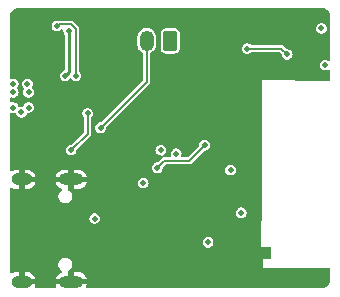
<source format=gbl>
G04 #@! TF.GenerationSoftware,KiCad,Pcbnew,8.0.3*
G04 #@! TF.CreationDate,2024-07-05T13:17:58+02:00*
G04 #@! TF.ProjectId,ESP32-C3-V2,45535033-322d-4433-932d-56322e6b6963,rev?*
G04 #@! TF.SameCoordinates,Original*
G04 #@! TF.FileFunction,Copper,L4,Bot*
G04 #@! TF.FilePolarity,Positive*
%FSLAX46Y46*%
G04 Gerber Fmt 4.6, Leading zero omitted, Abs format (unit mm)*
G04 Created by KiCad (PCBNEW 8.0.3) date 2024-07-05 13:17:58*
%MOMM*%
%LPD*%
G01*
G04 APERTURE LIST*
G04 Aperture macros list*
%AMRoundRect*
0 Rectangle with rounded corners*
0 $1 Rounding radius*
0 $2 $3 $4 $5 $6 $7 $8 $9 X,Y pos of 4 corners*
0 Add a 4 corners polygon primitive as box body*
4,1,4,$2,$3,$4,$5,$6,$7,$8,$9,$2,$3,0*
0 Add four circle primitives for the rounded corners*
1,1,$1+$1,$2,$3*
1,1,$1+$1,$4,$5*
1,1,$1+$1,$6,$7*
1,1,$1+$1,$8,$9*
0 Add four rect primitives between the rounded corners*
20,1,$1+$1,$2,$3,$4,$5,0*
20,1,$1+$1,$4,$5,$6,$7,0*
20,1,$1+$1,$6,$7,$8,$9,0*
20,1,$1+$1,$8,$9,$2,$3,0*%
G04 Aperture macros list end*
G04 #@! TA.AperFunction,ComponentPad*
%ADD10O,2.100000X1.000000*%
G04 #@! TD*
G04 #@! TA.AperFunction,ComponentPad*
%ADD11O,1.800000X1.000000*%
G04 #@! TD*
G04 #@! TA.AperFunction,ComponentPad*
%ADD12RoundRect,0.250000X0.350000X0.625000X-0.350000X0.625000X-0.350000X-0.625000X0.350000X-0.625000X0*%
G04 #@! TD*
G04 #@! TA.AperFunction,ComponentPad*
%ADD13O,1.200000X1.750000*%
G04 #@! TD*
G04 #@! TA.AperFunction,ComponentPad*
%ADD14R,0.500000X0.900000*%
G04 #@! TD*
G04 #@! TA.AperFunction,ViaPad*
%ADD15C,0.500000*%
G04 #@! TD*
G04 #@! TA.AperFunction,Conductor*
%ADD16C,0.200000*%
G04 #@! TD*
G04 #@! TA.AperFunction,Conductor*
%ADD17C,0.267200*%
G04 #@! TD*
G04 APERTURE END LIST*
D10*
G04 #@! TO.P,U1,S1,SHIELD*
G04 #@! TO.N,GND*
X38500000Y-3090000D03*
D11*
X34320000Y-3090000D03*
D10*
X38500000Y-11730000D03*
D11*
X34320000Y-11730000D03*
G04 #@! TD*
D12*
G04 #@! TO.P,J2,1,Pin_1*
G04 #@! TO.N,Earth*
X46900000Y8650000D03*
D13*
G04 #@! TO.P,J2,2,Pin_2*
G04 #@! TO.N,+BATT*
X44900000Y8650000D03*
G04 #@! TD*
D14*
G04 #@! TO.P,AE1,2,GND*
G04 #@! TO.N,GND*
X55175000Y-9300000D03*
G04 #@! TD*
D15*
G04 #@! TO.N,GND*
X51400000Y10300000D03*
X47400000Y1100000D03*
X33600000Y-7100000D03*
X47700000Y-6900000D03*
X42700000Y1100000D03*
X46300000Y-6000000D03*
X46300000Y-4200000D03*
X56800000Y-10900000D03*
X33600000Y-9100000D03*
X33600000Y-4200000D03*
X45300000Y-12000000D03*
X47400000Y0D03*
X47700000Y-5100000D03*
X48700000Y-100000D03*
X43300000Y-12000000D03*
X46100000Y5200000D03*
X59800000Y-10900000D03*
X48600000Y11100000D03*
X53800000Y-10900000D03*
X48700000Y1100000D03*
X33600000Y-8100000D03*
X44300000Y-12000000D03*
X42300000Y-12000000D03*
X53500000Y-8200000D03*
X46700000Y1100000D03*
X48900000Y-6000000D03*
X48900000Y-6900000D03*
X48900000Y-4200000D03*
X52000000Y-1600000D03*
X52400000Y8000000D03*
X46200000Y-9500000D03*
X45600000Y11100000D03*
X58800000Y10100000D03*
X41300000Y-2300000D03*
X35500000Y5200000D03*
X46300000Y-5100000D03*
X54800000Y-10900000D03*
X41800000Y1100000D03*
X35600000Y4500000D03*
X58800000Y-10900000D03*
X35400000Y3700000D03*
X46700000Y0D03*
X57800000Y-10900000D03*
X52100000Y-8200000D03*
X33600000Y-2100000D03*
X46000000Y6600000D03*
X33600000Y8800000D03*
X45600000Y1100000D03*
X40200000Y8100000D03*
X44600000Y11100000D03*
X41600000Y11100000D03*
X41300000Y-12000000D03*
X42600000Y11100000D03*
X47700000Y-4200000D03*
X46600000Y11100000D03*
X35500000Y6100000D03*
X50600000Y-11800000D03*
X53800000Y-9900000D03*
X45600000Y-100000D03*
X33600000Y-5100000D03*
X53900000Y-4900000D03*
X53100000Y3700000D03*
X33600292Y-10100000D03*
X40600000Y11100000D03*
X55800000Y-10900000D03*
X46300000Y-6900000D03*
X36500000Y7600000D03*
X48900000Y-5100000D03*
X52900000Y-5200000D03*
X33600000Y1700000D03*
X44600000Y-2700000D03*
X35600000Y2900000D03*
X53800000Y-8900000D03*
X47600000Y11100000D03*
X33600000Y7800000D03*
X45100000Y-10100000D03*
X48400000Y-11600000D03*
X33600000Y-6100000D03*
X53700000Y1400000D03*
X53700000Y400000D03*
X60100000Y5600000D03*
X51900000Y-9700000D03*
X43600000Y11100000D03*
X37100000Y8000000D03*
X41000000Y-3900000D03*
X53900000Y-5900000D03*
X47700000Y-6000000D03*
G04 #@! TO.N,VCC*
X38900000Y5700000D03*
X37300000Y9900000D03*
G04 #@! TO.N,+BATT*
X41000000Y1300000D03*
G04 #@! TO.N,+3.3V*
X33600000Y3000000D03*
X40500000Y-6400000D03*
X44600000Y-3400000D03*
X34900000Y3000000D03*
X33600000Y5000000D03*
X47400000Y-900000D03*
X33600000Y4300000D03*
X60000000Y6600000D03*
X34300000Y2600000D03*
X46100000Y-600000D03*
X59700000Y9700000D03*
X52000000Y-2300000D03*
X34900000Y4300000D03*
X52900000Y-5900000D03*
X34800000Y5000000D03*
X50100000Y-8400000D03*
G04 #@! TO.N,MCU_SCL*
X53400000Y8000000D03*
X56800000Y7500000D03*
G04 #@! TO.N,Net-(U3-GPIO9)*
X49800000Y-200000D03*
X45799999Y-2100000D03*
G04 #@! TO.N,EN_ADC*
X38500000Y-600000D03*
X39900000Y2500000D03*
G04 #@! TO.N,OUT*
X38000000Y5700000D03*
X38300000Y9495000D03*
G04 #@! TD*
D16*
G04 #@! TO.N,VCC*
X38900000Y9636397D02*
X38486397Y10050000D01*
X37450000Y10050000D02*
X37300000Y9900000D01*
X38900000Y5700000D02*
X38900000Y9636397D01*
X38486397Y10050000D02*
X37450000Y10050000D01*
G04 #@! TO.N,+BATT*
X44900000Y5200000D02*
X44900000Y8650000D01*
X41000000Y1300000D02*
X44900000Y5200000D01*
G04 #@! TO.N,MCU_SCL*
X56800000Y7500000D02*
X56300000Y8000000D01*
X56300000Y8000000D02*
X53400000Y8000000D01*
G04 #@! TO.N,Net-(U3-GPIO9)*
X46399999Y-1500000D02*
X48500000Y-1500000D01*
X45799999Y-2100000D02*
X46399999Y-1500000D01*
X48500000Y-1500000D02*
X49800000Y-200000D01*
G04 #@! TO.N,EN_ADC*
X39900000Y2500000D02*
X39900000Y800000D01*
X39900000Y800000D02*
X38500000Y-600000D01*
D17*
G04 #@! TO.N,OUT*
X38300000Y6000000D02*
X38000000Y5700000D01*
X38300000Y9495000D02*
X38300000Y6000000D01*
G04 #@! TD*
G04 #@! TA.AperFunction,Conductor*
G04 #@! TO.N,GND*
G36*
X59811965Y11417232D02*
G01*
X59837122Y11414642D01*
X59955798Y11389998D01*
X59981419Y11381689D01*
X60008042Y11369722D01*
X60089963Y11332900D01*
X60113187Y11319254D01*
X60208645Y11248166D01*
X60228366Y11229833D01*
X60261533Y11191481D01*
X60306215Y11139814D01*
X60321515Y11117650D01*
X60336640Y11089656D01*
X60378086Y11012943D01*
X60388240Y10987994D01*
X60420863Y10873546D01*
X60425390Y10846989D01*
X60432782Y10723931D01*
X60433005Y10716536D01*
X60433007Y10710316D01*
X60432859Y10704229D01*
X60431047Y10667133D01*
X60432102Y10657430D01*
X60431164Y10657329D01*
X60433037Y10643320D01*
X60434579Y7083367D01*
X60414923Y7016319D01*
X60362139Y6970541D01*
X60292985Y6960568D01*
X60243542Y6978997D01*
X60189069Y7014004D01*
X60189068Y7014005D01*
X60189064Y7014007D01*
X60064774Y7050500D01*
X60064772Y7050500D01*
X59935228Y7050500D01*
X59935226Y7050500D01*
X59810935Y7014006D01*
X59810932Y7014005D01*
X59810931Y7014004D01*
X59759677Y6981066D01*
X59701950Y6943967D01*
X59617118Y6846063D01*
X59617117Y6846062D01*
X59563302Y6728226D01*
X59544867Y6600000D01*
X59563302Y6471775D01*
X59565153Y6467723D01*
X59617118Y6353937D01*
X59701951Y6256033D01*
X59810931Y6185996D01*
X59935225Y6149501D01*
X59935227Y6149500D01*
X59935228Y6149500D01*
X60064773Y6149500D01*
X60064773Y6149501D01*
X60189069Y6185996D01*
X60243961Y6221273D01*
X60310997Y6240957D01*
X60378037Y6221273D01*
X60423792Y6168469D01*
X60434998Y6117011D01*
X60435316Y5382183D01*
X60415660Y5315135D01*
X60362876Y5269357D01*
X60310391Y5258132D01*
X54700000Y5300000D01*
X54700000Y-6476000D01*
X54680315Y-6543039D01*
X54627511Y-6588794D01*
X54606672Y-6593327D01*
X54600000Y-6600000D01*
X54600000Y-7050000D01*
X54600000Y-7100000D01*
X54600000Y-7900000D01*
X54600000Y-8800000D01*
X55326000Y-8800000D01*
X55393039Y-8819685D01*
X55438794Y-8872489D01*
X55450000Y-8924000D01*
X55450000Y-9676000D01*
X55430315Y-9743039D01*
X55377511Y-9788794D01*
X55326000Y-9800000D01*
X54750000Y-9800000D01*
X54750000Y-10550000D01*
X60318274Y-10550000D01*
X60385313Y-10569685D01*
X60431068Y-10622489D01*
X60442273Y-10673944D01*
X60442346Y-10840940D01*
X60442668Y-11587137D01*
X60441711Y-11602565D01*
X60425794Y-11729950D01*
X60419756Y-11755633D01*
X60378944Y-11871939D01*
X60367612Y-11895761D01*
X60303126Y-12000793D01*
X60287008Y-12021680D01*
X60201758Y-12110696D01*
X60181589Y-12127700D01*
X60079436Y-12196669D01*
X60056124Y-12209021D01*
X59941699Y-12254816D01*
X59916302Y-12261958D01*
X59795135Y-12282450D01*
X59774564Y-12284186D01*
X39862592Y-12301185D01*
X39795536Y-12281558D01*
X39749736Y-12228793D01*
X39739733Y-12159643D01*
X39756911Y-12114762D01*
X39756078Y-12114317D01*
X39758952Y-12108938D01*
X39812361Y-11980000D01*
X39216988Y-11980000D01*
X39234205Y-11970060D01*
X39290060Y-11914205D01*
X39329556Y-11845796D01*
X39350000Y-11769496D01*
X39350000Y-11690504D01*
X39329556Y-11614204D01*
X39290060Y-11545795D01*
X39234205Y-11489940D01*
X39216988Y-11480000D01*
X39812361Y-11480000D01*
X39812360Y-11479999D01*
X39758952Y-11351061D01*
X39758947Y-11351051D01*
X39671401Y-11220030D01*
X39671398Y-11220026D01*
X39559973Y-11108601D01*
X39559969Y-11108598D01*
X39428948Y-11021052D01*
X39428939Y-11021047D01*
X39283351Y-10960743D01*
X39283343Y-10960741D01*
X39128797Y-10930000D01*
X38750000Y-10930000D01*
X38750000Y-11430000D01*
X38250000Y-11430000D01*
X38250000Y-10897557D01*
X38269685Y-10830518D01*
X38311998Y-10790171D01*
X38356435Y-10764516D01*
X38464516Y-10656435D01*
X38540940Y-10524065D01*
X38580500Y-10376424D01*
X38580500Y-10223576D01*
X38540940Y-10075935D01*
X38464516Y-9943565D01*
X38356435Y-9835484D01*
X38224065Y-9759060D01*
X38076424Y-9719500D01*
X37923576Y-9719500D01*
X37775935Y-9759060D01*
X37775932Y-9759061D01*
X37643568Y-9835482D01*
X37643562Y-9835486D01*
X37535486Y-9943562D01*
X37535482Y-9943568D01*
X37459061Y-10075932D01*
X37459060Y-10075935D01*
X37419500Y-10223576D01*
X37419500Y-10376424D01*
X37459060Y-10524065D01*
X37535484Y-10656435D01*
X37643565Y-10764516D01*
X37654230Y-10770673D01*
X37702446Y-10821238D01*
X37715671Y-10889845D01*
X37689704Y-10954710D01*
X37639685Y-10992622D01*
X37571061Y-11021047D01*
X37571051Y-11021052D01*
X37440030Y-11108598D01*
X37440026Y-11108601D01*
X37328601Y-11220026D01*
X37328598Y-11220030D01*
X37241052Y-11351051D01*
X37241047Y-11351061D01*
X37187639Y-11479999D01*
X37187639Y-11480000D01*
X37783012Y-11480000D01*
X37765795Y-11489940D01*
X37709940Y-11545795D01*
X37670444Y-11614204D01*
X37650000Y-11690504D01*
X37650000Y-11769496D01*
X37670444Y-11845796D01*
X37709940Y-11914205D01*
X37765795Y-11970060D01*
X37783012Y-11980000D01*
X37187639Y-11980000D01*
X37241047Y-12108938D01*
X37241053Y-12108949D01*
X37242168Y-12110618D01*
X37242483Y-12111625D01*
X37243922Y-12114317D01*
X37243411Y-12114589D01*
X37263047Y-12177295D01*
X37244563Y-12244675D01*
X37192585Y-12291366D01*
X37139173Y-12303510D01*
X35530120Y-12304884D01*
X35463064Y-12285257D01*
X35417264Y-12232492D01*
X35407261Y-12163342D01*
X35426918Y-12111984D01*
X35428950Y-12108943D01*
X35428952Y-12108938D01*
X35482361Y-11980000D01*
X34886988Y-11980000D01*
X34904205Y-11970060D01*
X34960060Y-11914205D01*
X34999556Y-11845796D01*
X35020000Y-11769496D01*
X35020000Y-11690504D01*
X34999556Y-11614204D01*
X34960060Y-11545795D01*
X34904205Y-11489940D01*
X34886988Y-11480000D01*
X35482361Y-11480000D01*
X35482360Y-11479999D01*
X35428952Y-11351061D01*
X35428947Y-11351051D01*
X35341401Y-11220030D01*
X35341398Y-11220026D01*
X35229973Y-11108601D01*
X35229969Y-11108598D01*
X35098948Y-11021052D01*
X35098939Y-11021047D01*
X34953351Y-10960743D01*
X34953343Y-10960741D01*
X34798797Y-10930000D01*
X34570000Y-10930000D01*
X34570000Y-11430000D01*
X34070000Y-11430000D01*
X34070000Y-10930000D01*
X33841202Y-10930000D01*
X33686656Y-10960741D01*
X33686648Y-10960743D01*
X33541060Y-11021047D01*
X33535683Y-11023922D01*
X33534409Y-11021540D01*
X33478772Y-11038868D01*
X33411420Y-11020281D01*
X33364809Y-10968231D01*
X33352748Y-10915187D01*
X33346709Y-8400000D01*
X49644867Y-8400000D01*
X49663302Y-8528225D01*
X49717117Y-8646061D01*
X49717118Y-8646063D01*
X49801951Y-8743967D01*
X49910931Y-8814004D01*
X50035225Y-8850499D01*
X50035227Y-8850500D01*
X50035228Y-8850500D01*
X50164773Y-8850500D01*
X50164773Y-8850499D01*
X50289069Y-8814004D01*
X50398049Y-8743967D01*
X50482882Y-8646063D01*
X50536697Y-8528226D01*
X50555133Y-8400000D01*
X50536697Y-8271774D01*
X50482882Y-8153937D01*
X50398049Y-8056033D01*
X50289069Y-7985996D01*
X50289065Y-7985994D01*
X50289064Y-7985994D01*
X50164774Y-7949500D01*
X50164772Y-7949500D01*
X50035228Y-7949500D01*
X50035226Y-7949500D01*
X49910935Y-7985994D01*
X49910932Y-7985995D01*
X49910931Y-7985996D01*
X49859677Y-8018934D01*
X49801950Y-8056033D01*
X49717118Y-8153937D01*
X49717117Y-8153938D01*
X49663302Y-8271774D01*
X49644867Y-8400000D01*
X33346709Y-8400000D01*
X33341907Y-6400000D01*
X40044867Y-6400000D01*
X40063302Y-6528225D01*
X40090964Y-6588794D01*
X40117118Y-6646063D01*
X40201951Y-6743967D01*
X40310931Y-6814004D01*
X40435225Y-6850499D01*
X40435227Y-6850500D01*
X40435228Y-6850500D01*
X40564773Y-6850500D01*
X40564773Y-6850499D01*
X40689069Y-6814004D01*
X40798049Y-6743967D01*
X40882882Y-6646063D01*
X40936697Y-6528226D01*
X40955133Y-6400000D01*
X40936697Y-6271774D01*
X40882882Y-6153937D01*
X40798049Y-6056033D01*
X40689069Y-5985996D01*
X40689065Y-5985994D01*
X40689064Y-5985994D01*
X40564774Y-5949500D01*
X40564772Y-5949500D01*
X40435228Y-5949500D01*
X40435226Y-5949500D01*
X40310935Y-5985994D01*
X40310932Y-5985995D01*
X40310931Y-5985996D01*
X40259677Y-6018934D01*
X40201950Y-6056033D01*
X40117118Y-6153937D01*
X40117117Y-6153938D01*
X40063302Y-6271774D01*
X40044867Y-6400000D01*
X33341907Y-6400000D01*
X33340707Y-5900000D01*
X52444867Y-5900000D01*
X52463302Y-6028225D01*
X52476002Y-6056033D01*
X52517118Y-6146063D01*
X52601951Y-6243967D01*
X52710931Y-6314004D01*
X52835225Y-6350499D01*
X52835227Y-6350500D01*
X52835228Y-6350500D01*
X52964773Y-6350500D01*
X52964773Y-6350499D01*
X53089069Y-6314004D01*
X53198049Y-6243967D01*
X53282882Y-6146063D01*
X53336697Y-6028226D01*
X53355133Y-5900000D01*
X53336697Y-5771774D01*
X53282882Y-5653937D01*
X53198049Y-5556033D01*
X53089069Y-5485996D01*
X53089065Y-5485994D01*
X53089064Y-5485994D01*
X52964774Y-5449500D01*
X52964772Y-5449500D01*
X52835228Y-5449500D01*
X52835226Y-5449500D01*
X52710935Y-5485994D01*
X52710932Y-5485995D01*
X52710931Y-5485996D01*
X52659677Y-5518934D01*
X52601950Y-5556033D01*
X52517118Y-5653937D01*
X52517117Y-5653938D01*
X52463302Y-5771774D01*
X52444867Y-5900000D01*
X33340707Y-5900000D01*
X33335891Y-3894143D01*
X33355414Y-3827061D01*
X33408108Y-3781180D01*
X33477242Y-3771070D01*
X33528783Y-3790749D01*
X33541055Y-3798949D01*
X33541060Y-3798952D01*
X33686648Y-3859256D01*
X33686656Y-3859258D01*
X33841202Y-3889999D01*
X33841206Y-3890000D01*
X34070000Y-3890000D01*
X34070000Y-3390000D01*
X34570000Y-3390000D01*
X34570000Y-3890000D01*
X34798794Y-3890000D01*
X34798797Y-3889999D01*
X34953343Y-3859258D01*
X34953351Y-3859256D01*
X35098939Y-3798952D01*
X35098948Y-3798947D01*
X35229969Y-3711401D01*
X35229973Y-3711398D01*
X35341398Y-3599973D01*
X35341401Y-3599969D01*
X35428947Y-3468948D01*
X35428952Y-3468938D01*
X35482361Y-3340000D01*
X34886988Y-3340000D01*
X34904205Y-3330060D01*
X34960060Y-3274205D01*
X34999556Y-3205796D01*
X35020000Y-3129496D01*
X35020000Y-3050504D01*
X34999556Y-2974204D01*
X34960060Y-2905795D01*
X34904205Y-2849940D01*
X34886988Y-2840000D01*
X35482361Y-2840000D01*
X35482360Y-2839999D01*
X37187639Y-2839999D01*
X37187639Y-2840000D01*
X37783012Y-2840000D01*
X37765795Y-2849940D01*
X37709940Y-2905795D01*
X37670444Y-2974204D01*
X37650000Y-3050504D01*
X37650000Y-3129496D01*
X37670444Y-3205796D01*
X37709940Y-3274205D01*
X37765795Y-3330060D01*
X37783012Y-3340000D01*
X37187639Y-3340000D01*
X37241047Y-3468938D01*
X37241052Y-3468948D01*
X37328598Y-3599969D01*
X37328601Y-3599973D01*
X37440026Y-3711398D01*
X37440030Y-3711401D01*
X37571051Y-3798947D01*
X37571064Y-3798954D01*
X37639684Y-3827377D01*
X37694088Y-3871217D01*
X37716153Y-3937512D01*
X37698874Y-4005211D01*
X37654234Y-4049324D01*
X37643568Y-4055482D01*
X37643562Y-4055486D01*
X37535486Y-4163562D01*
X37535482Y-4163568D01*
X37459061Y-4295932D01*
X37459060Y-4295935D01*
X37419500Y-4443576D01*
X37419500Y-4596424D01*
X37459060Y-4744065D01*
X37535484Y-4876435D01*
X37643565Y-4984516D01*
X37775935Y-5060940D01*
X37923576Y-5100500D01*
X37923578Y-5100500D01*
X38076422Y-5100500D01*
X38076424Y-5100500D01*
X38224065Y-5060940D01*
X38356435Y-4984516D01*
X38464516Y-4876435D01*
X38540940Y-4744065D01*
X38580500Y-4596424D01*
X38580500Y-4443576D01*
X38540940Y-4295935D01*
X38464516Y-4163565D01*
X38356435Y-4055484D01*
X38311998Y-4029828D01*
X38263784Y-3979261D01*
X38250000Y-3922442D01*
X38250000Y-3390000D01*
X38750000Y-3390000D01*
X38750000Y-3890000D01*
X39128794Y-3890000D01*
X39128797Y-3889999D01*
X39283343Y-3859258D01*
X39283351Y-3859256D01*
X39428939Y-3798952D01*
X39428948Y-3798947D01*
X39559969Y-3711401D01*
X39559973Y-3711398D01*
X39671398Y-3599973D01*
X39671401Y-3599969D01*
X39758947Y-3468948D01*
X39758952Y-3468938D01*
X39787508Y-3400000D01*
X44144867Y-3400000D01*
X44163302Y-3528225D01*
X44196067Y-3599969D01*
X44217118Y-3646063D01*
X44301951Y-3743967D01*
X44410931Y-3814004D01*
X44535225Y-3850499D01*
X44535227Y-3850500D01*
X44535228Y-3850500D01*
X44664773Y-3850500D01*
X44664773Y-3850499D01*
X44789069Y-3814004D01*
X44898049Y-3743967D01*
X44982882Y-3646063D01*
X45036697Y-3528226D01*
X45055133Y-3400000D01*
X45036697Y-3271774D01*
X44982882Y-3153937D01*
X44898049Y-3056033D01*
X44789069Y-2985996D01*
X44789065Y-2985994D01*
X44789064Y-2985994D01*
X44664774Y-2949500D01*
X44664772Y-2949500D01*
X44535228Y-2949500D01*
X44535226Y-2949500D01*
X44410935Y-2985994D01*
X44410932Y-2985995D01*
X44410931Y-2985996D01*
X44359677Y-3018934D01*
X44301950Y-3056033D01*
X44217118Y-3153937D01*
X44217117Y-3153938D01*
X44163302Y-3271774D01*
X44144867Y-3400000D01*
X39787508Y-3400000D01*
X39812361Y-3340000D01*
X39216988Y-3340000D01*
X39234205Y-3330060D01*
X39290060Y-3274205D01*
X39329556Y-3205796D01*
X39350000Y-3129496D01*
X39350000Y-3050504D01*
X39329556Y-2974204D01*
X39290060Y-2905795D01*
X39234205Y-2849940D01*
X39216988Y-2840000D01*
X39812361Y-2840000D01*
X39812360Y-2839999D01*
X39758952Y-2711061D01*
X39758947Y-2711051D01*
X39671401Y-2580030D01*
X39671398Y-2580026D01*
X39559973Y-2468601D01*
X39559969Y-2468598D01*
X39428948Y-2381052D01*
X39428939Y-2381047D01*
X39283351Y-2320743D01*
X39283343Y-2320741D01*
X39128797Y-2290000D01*
X38750000Y-2290000D01*
X38750000Y-2790000D01*
X38250000Y-2790000D01*
X38250000Y-2290000D01*
X37871202Y-2290000D01*
X37716656Y-2320741D01*
X37716648Y-2320743D01*
X37571060Y-2381047D01*
X37571051Y-2381052D01*
X37440030Y-2468598D01*
X37440026Y-2468601D01*
X37328601Y-2580026D01*
X37328598Y-2580030D01*
X37241052Y-2711051D01*
X37241047Y-2711061D01*
X37187639Y-2839999D01*
X35482360Y-2839999D01*
X35428952Y-2711061D01*
X35428947Y-2711051D01*
X35341401Y-2580030D01*
X35341398Y-2580026D01*
X35229973Y-2468601D01*
X35229969Y-2468598D01*
X35098948Y-2381052D01*
X35098939Y-2381047D01*
X34953351Y-2320743D01*
X34953343Y-2320741D01*
X34798797Y-2290000D01*
X34570000Y-2290000D01*
X34570000Y-2790000D01*
X34070000Y-2790000D01*
X34070000Y-2290000D01*
X33841202Y-2290000D01*
X33686656Y-2320741D01*
X33686648Y-2320743D01*
X33541060Y-2381047D01*
X33541051Y-2381052D01*
X33524928Y-2391826D01*
X33458250Y-2412704D01*
X33390870Y-2394219D01*
X33344180Y-2342240D01*
X33332037Y-2289022D01*
X33331891Y-2228225D01*
X33331583Y-2100000D01*
X45344866Y-2100000D01*
X45363301Y-2228225D01*
X45415371Y-2342240D01*
X45417117Y-2346063D01*
X45501950Y-2443967D01*
X45610930Y-2514004D01*
X45720116Y-2546063D01*
X45735224Y-2550499D01*
X45735226Y-2550500D01*
X45735227Y-2550500D01*
X45864772Y-2550500D01*
X45864772Y-2550499D01*
X45989068Y-2514004D01*
X46098048Y-2443967D01*
X46182881Y-2346063D01*
X46203918Y-2300000D01*
X51544867Y-2300000D01*
X51563302Y-2428225D01*
X51602477Y-2514004D01*
X51617118Y-2546063D01*
X51701951Y-2643967D01*
X51810931Y-2714004D01*
X51935225Y-2750499D01*
X51935227Y-2750500D01*
X51935228Y-2750500D01*
X52064773Y-2750500D01*
X52064773Y-2750499D01*
X52189069Y-2714004D01*
X52298049Y-2643967D01*
X52382882Y-2546063D01*
X52436697Y-2428226D01*
X52455133Y-2300000D01*
X52436697Y-2171774D01*
X52382882Y-2053937D01*
X52298049Y-1956033D01*
X52189069Y-1885996D01*
X52189065Y-1885994D01*
X52189064Y-1885994D01*
X52064774Y-1849500D01*
X52064772Y-1849500D01*
X51935228Y-1849500D01*
X51935226Y-1849500D01*
X51810935Y-1885994D01*
X51810932Y-1885995D01*
X51810931Y-1885996D01*
X51759677Y-1918934D01*
X51701950Y-1956033D01*
X51617118Y-2053937D01*
X51617117Y-2053938D01*
X51563302Y-2171774D01*
X51544867Y-2300000D01*
X46203918Y-2300000D01*
X46236696Y-2228226D01*
X46254323Y-2105621D01*
X46283348Y-2042067D01*
X46289351Y-2035617D01*
X46488152Y-1836816D01*
X46549475Y-1803334D01*
X46575832Y-1800500D01*
X48539560Y-1800500D01*
X48539562Y-1800500D01*
X48615989Y-1780021D01*
X48684511Y-1740460D01*
X48740460Y-1684511D01*
X49738152Y-686819D01*
X49799475Y-653334D01*
X49825833Y-650500D01*
X49864773Y-650500D01*
X49864773Y-650499D01*
X49989069Y-614004D01*
X50098049Y-543967D01*
X50182882Y-446063D01*
X50236697Y-328226D01*
X50255133Y-200000D01*
X50236697Y-71774D01*
X50182882Y46063D01*
X50098049Y143967D01*
X49989069Y214004D01*
X49989065Y214006D01*
X49989064Y214006D01*
X49864774Y250500D01*
X49864772Y250500D01*
X49735228Y250500D01*
X49735226Y250500D01*
X49610935Y214006D01*
X49610932Y214005D01*
X49610931Y214004D01*
X49559677Y181066D01*
X49501950Y143967D01*
X49417118Y46063D01*
X49417117Y46062D01*
X49363302Y-71774D01*
X49345675Y-194376D01*
X49316650Y-257931D01*
X49310618Y-264409D01*
X48411848Y-1163181D01*
X48350525Y-1196666D01*
X48324167Y-1199500D01*
X47951426Y-1199500D01*
X47884387Y-1179815D01*
X47838632Y-1127011D01*
X47828688Y-1057853D01*
X47834835Y-1036919D01*
X47834199Y-1036733D01*
X47836697Y-1028226D01*
X47844898Y-971184D01*
X47855133Y-900000D01*
X47836697Y-771774D01*
X47782882Y-653937D01*
X47698049Y-556033D01*
X47589069Y-485996D01*
X47589065Y-485994D01*
X47589064Y-485994D01*
X47464774Y-449500D01*
X47464772Y-449500D01*
X47335228Y-449500D01*
X47335226Y-449500D01*
X47210935Y-485994D01*
X47210932Y-485995D01*
X47210931Y-485996D01*
X47159677Y-518934D01*
X47101950Y-556033D01*
X47017118Y-653937D01*
X47017117Y-653938D01*
X46963302Y-771774D01*
X46944867Y-900000D01*
X46963302Y-1028226D01*
X46965801Y-1036733D01*
X46963304Y-1037466D01*
X46971313Y-1093138D01*
X46942293Y-1156696D01*
X46883518Y-1194474D01*
X46848574Y-1199500D01*
X46422737Y-1199500D01*
X46355698Y-1179815D01*
X46309943Y-1127011D01*
X46299999Y-1057853D01*
X46329024Y-994297D01*
X46355698Y-971184D01*
X46398049Y-943967D01*
X46482882Y-846063D01*
X46536697Y-728226D01*
X46555133Y-600000D01*
X46536697Y-471774D01*
X46482882Y-353937D01*
X46398049Y-256033D01*
X46289069Y-185996D01*
X46289065Y-185994D01*
X46289064Y-185994D01*
X46164774Y-149500D01*
X46164772Y-149500D01*
X46035228Y-149500D01*
X46035226Y-149500D01*
X45910935Y-185994D01*
X45910932Y-185995D01*
X45910931Y-185996D01*
X45859677Y-218934D01*
X45801950Y-256033D01*
X45717118Y-353937D01*
X45717117Y-353938D01*
X45663302Y-471774D01*
X45644867Y-600000D01*
X45663302Y-728225D01*
X45683191Y-771774D01*
X45717118Y-846063D01*
X45801951Y-943967D01*
X45910931Y-1014004D01*
X46035225Y-1050499D01*
X46035227Y-1050500D01*
X46125166Y-1050500D01*
X46192205Y-1070185D01*
X46237960Y-1122989D01*
X46247904Y-1192147D01*
X46218879Y-1255703D01*
X46212847Y-1262181D01*
X45861847Y-1613181D01*
X45800524Y-1646666D01*
X45774166Y-1649500D01*
X45735225Y-1649500D01*
X45610934Y-1685994D01*
X45610931Y-1685995D01*
X45610930Y-1685996D01*
X45559676Y-1718934D01*
X45501949Y-1756033D01*
X45417117Y-1853937D01*
X45417116Y-1853938D01*
X45363301Y-1971774D01*
X45344866Y-2100000D01*
X33331583Y-2100000D01*
X33327982Y-600000D01*
X38044867Y-600000D01*
X38063302Y-728225D01*
X38083191Y-771774D01*
X38117118Y-846063D01*
X38201951Y-943967D01*
X38310931Y-1014004D01*
X38435225Y-1050499D01*
X38435227Y-1050500D01*
X38435228Y-1050500D01*
X38564773Y-1050500D01*
X38564773Y-1050499D01*
X38689069Y-1014004D01*
X38798049Y-943967D01*
X38882882Y-846063D01*
X38936697Y-728226D01*
X38954324Y-605621D01*
X38983349Y-542067D01*
X38989367Y-535602D01*
X40140460Y615489D01*
X40180021Y684011D01*
X40200500Y760438D01*
X40200500Y1300000D01*
X40544867Y1300000D01*
X40563302Y1171775D01*
X40617117Y1053939D01*
X40617118Y1053937D01*
X40701951Y956033D01*
X40810931Y885996D01*
X40935225Y849501D01*
X40935227Y849500D01*
X40935228Y849500D01*
X41064773Y849500D01*
X41064773Y849501D01*
X41189069Y885996D01*
X41298049Y956033D01*
X41382882Y1053937D01*
X41436697Y1171774D01*
X41454324Y1294379D01*
X41483349Y1357933D01*
X41489367Y1364398D01*
X45140460Y5015489D01*
X45180021Y5084011D01*
X45200500Y5160438D01*
X45200500Y7550163D01*
X45220185Y7617202D01*
X45272989Y7662957D01*
X45276986Y7664698D01*
X45279179Y7665606D01*
X45410289Y7753211D01*
X45521789Y7864711D01*
X45609394Y7995821D01*
X45669737Y8141503D01*
X45700500Y8296158D01*
X45700500Y9003842D01*
X45700500Y9003845D01*
X45700499Y9003847D01*
X45669738Y9158490D01*
X45669737Y9158497D01*
X45632276Y9248937D01*
X45609397Y9304173D01*
X45609390Y9304186D01*
X45592629Y9329270D01*
X46099500Y9329270D01*
X46099500Y7970731D01*
X46102353Y7940301D01*
X46102353Y7940299D01*
X46147206Y7812120D01*
X46147207Y7812118D01*
X46227850Y7702850D01*
X46337118Y7622207D01*
X46351422Y7617202D01*
X46465299Y7577354D01*
X46495730Y7574500D01*
X46495734Y7574500D01*
X47304270Y7574500D01*
X47334699Y7577354D01*
X47334701Y7577354D01*
X47398790Y7599781D01*
X47462882Y7622207D01*
X47572150Y7702850D01*
X47652793Y7812118D01*
X47675219Y7876210D01*
X47697646Y7940299D01*
X47697646Y7940301D01*
X47700500Y7970731D01*
X47700500Y8000000D01*
X52944867Y8000000D01*
X52963302Y7871775D01*
X52976002Y7843967D01*
X53017118Y7753937D01*
X53068640Y7694477D01*
X53101369Y7656704D01*
X53101951Y7656033D01*
X53210931Y7585996D01*
X53332970Y7550163D01*
X53335225Y7549501D01*
X53335227Y7549500D01*
X53335228Y7549500D01*
X53464773Y7549500D01*
X53464773Y7549501D01*
X53589069Y7585996D01*
X53698049Y7656033D01*
X53698374Y7656409D01*
X53698631Y7656704D01*
X53699379Y7657185D01*
X53704754Y7661842D01*
X53705423Y7661070D01*
X53757409Y7694477D01*
X53792343Y7699500D01*
X56124167Y7699500D01*
X56191206Y7679815D01*
X56211848Y7663181D01*
X56310618Y7564411D01*
X56344103Y7503088D01*
X56345675Y7494377D01*
X56363302Y7371775D01*
X56417117Y7253939D01*
X56417118Y7253937D01*
X56501951Y7156033D01*
X56610931Y7085996D01*
X56735225Y7049501D01*
X56735227Y7049500D01*
X56735228Y7049500D01*
X56864773Y7049500D01*
X56864773Y7049501D01*
X56989069Y7085996D01*
X57098049Y7156033D01*
X57182882Y7253937D01*
X57236697Y7371774D01*
X57255133Y7500000D01*
X57236697Y7628226D01*
X57182882Y7746063D01*
X57098049Y7843967D01*
X56989069Y7914004D01*
X56989065Y7914006D01*
X56989064Y7914006D01*
X56864774Y7950500D01*
X56864772Y7950500D01*
X56825833Y7950500D01*
X56758794Y7970185D01*
X56738152Y7986819D01*
X56484511Y8240460D01*
X56474806Y8246063D01*
X56441922Y8265049D01*
X56415990Y8280021D01*
X56390513Y8286848D01*
X56339562Y8300500D01*
X56339560Y8300500D01*
X53792343Y8300500D01*
X53725304Y8320185D01*
X53698631Y8343296D01*
X53698050Y8343966D01*
X53698049Y8343967D01*
X53589069Y8414004D01*
X53589065Y8414006D01*
X53589064Y8414006D01*
X53464774Y8450500D01*
X53464772Y8450500D01*
X53335228Y8450500D01*
X53335226Y8450500D01*
X53210935Y8414006D01*
X53210932Y8414005D01*
X53210931Y8414004D01*
X53159677Y8381066D01*
X53101950Y8343967D01*
X53017119Y8246064D01*
X53017118Y8246063D01*
X52963302Y8128226D01*
X52944867Y8000000D01*
X47700500Y8000000D01*
X47700500Y9329270D01*
X47697646Y9359700D01*
X47697646Y9359702D01*
X47652793Y9487881D01*
X47652792Y9487883D01*
X47572150Y9597150D01*
X47462882Y9677793D01*
X47462880Y9677794D01*
X47399420Y9700000D01*
X59244867Y9700000D01*
X59263302Y9571775D01*
X59301616Y9487881D01*
X59317118Y9453937D01*
X59390624Y9369105D01*
X59398773Y9359700D01*
X59401951Y9356033D01*
X59510931Y9285996D01*
X59635225Y9249501D01*
X59635227Y9249500D01*
X59635228Y9249500D01*
X59764773Y9249500D01*
X59764773Y9249501D01*
X59889069Y9285996D01*
X59998049Y9356033D01*
X60082882Y9453937D01*
X60136697Y9571774D01*
X60155133Y9700000D01*
X60136697Y9828226D01*
X60082882Y9946063D01*
X59998049Y10043967D01*
X59889069Y10114004D01*
X59889065Y10114006D01*
X59889064Y10114006D01*
X59764774Y10150500D01*
X59764772Y10150500D01*
X59635228Y10150500D01*
X59635226Y10150500D01*
X59510935Y10114006D01*
X59510932Y10114005D01*
X59510931Y10114004D01*
X59459677Y10081066D01*
X59401950Y10043967D01*
X59317118Y9946063D01*
X59317117Y9946062D01*
X59263302Y9828226D01*
X59244867Y9700000D01*
X47399420Y9700000D01*
X47334700Y9722647D01*
X47304270Y9725500D01*
X47304266Y9725500D01*
X46495734Y9725500D01*
X46495730Y9725500D01*
X46465300Y9722647D01*
X46465298Y9722647D01*
X46337119Y9677794D01*
X46337117Y9677793D01*
X46227850Y9597150D01*
X46147207Y9487883D01*
X46147206Y9487881D01*
X46102353Y9359702D01*
X46102353Y9359700D01*
X46099500Y9329270D01*
X45592629Y9329270D01*
X45521789Y9435289D01*
X45521786Y9435293D01*
X45410292Y9546787D01*
X45410288Y9546790D01*
X45279185Y9634391D01*
X45279172Y9634398D01*
X45133501Y9694736D01*
X45133489Y9694739D01*
X44978845Y9725500D01*
X44978842Y9725500D01*
X44821158Y9725500D01*
X44821155Y9725500D01*
X44666510Y9694739D01*
X44666498Y9694736D01*
X44520827Y9634398D01*
X44520814Y9634391D01*
X44389711Y9546790D01*
X44389707Y9546787D01*
X44278213Y9435293D01*
X44278210Y9435289D01*
X44190609Y9304186D01*
X44190602Y9304173D01*
X44130264Y9158502D01*
X44130261Y9158490D01*
X44099500Y9003847D01*
X44099500Y8296154D01*
X44130261Y8141511D01*
X44130264Y8141499D01*
X44190602Y7995828D01*
X44190609Y7995815D01*
X44278210Y7864712D01*
X44278213Y7864708D01*
X44389710Y7753211D01*
X44499556Y7679815D01*
X44520821Y7665606D01*
X44522945Y7664726D01*
X44523885Y7663969D01*
X44526192Y7662736D01*
X44525958Y7662299D01*
X44577349Y7620893D01*
X44599421Y7554601D01*
X44599500Y7550163D01*
X44599500Y5375833D01*
X44579815Y5308794D01*
X44563181Y5288152D01*
X41061848Y1786819D01*
X41000525Y1753334D01*
X40974167Y1750500D01*
X40935226Y1750500D01*
X40810935Y1714006D01*
X40810932Y1714005D01*
X40810931Y1714004D01*
X40759677Y1681066D01*
X40701950Y1643967D01*
X40617118Y1546063D01*
X40617117Y1546062D01*
X40563302Y1428226D01*
X40544867Y1300000D01*
X40200500Y1300000D01*
X40200500Y2112614D01*
X40220185Y2179653D01*
X40230778Y2193806D01*
X40282882Y2253937D01*
X40336697Y2371774D01*
X40355133Y2500000D01*
X40336697Y2628226D01*
X40282882Y2746063D01*
X40198049Y2843967D01*
X40089069Y2914004D01*
X40089065Y2914006D01*
X40089064Y2914006D01*
X39964774Y2950500D01*
X39964772Y2950500D01*
X39835228Y2950500D01*
X39835226Y2950500D01*
X39710935Y2914006D01*
X39710932Y2914005D01*
X39710931Y2914004D01*
X39659677Y2881066D01*
X39601950Y2843967D01*
X39517118Y2746063D01*
X39517117Y2746062D01*
X39463302Y2628226D01*
X39444867Y2500000D01*
X39463302Y2371775D01*
X39471449Y2353937D01*
X39517118Y2253937D01*
X39569214Y2193814D01*
X39598238Y2130262D01*
X39599500Y2112614D01*
X39599500Y975833D01*
X39579815Y908794D01*
X39563181Y888152D01*
X38561848Y-113181D01*
X38500525Y-146666D01*
X38474167Y-149500D01*
X38435226Y-149500D01*
X38310935Y-185994D01*
X38310932Y-185995D01*
X38310931Y-185996D01*
X38259677Y-218934D01*
X38201950Y-256033D01*
X38117118Y-353937D01*
X38117117Y-353938D01*
X38063302Y-471774D01*
X38044867Y-600000D01*
X33327982Y-600000D01*
X33320667Y2446561D01*
X33340191Y2513645D01*
X33392885Y2559526D01*
X33462019Y2569636D01*
X33479602Y2565833D01*
X33535227Y2549500D01*
X33535228Y2549500D01*
X33664771Y2549500D01*
X33664772Y2549500D01*
X33707558Y2562064D01*
X33777424Y2562064D01*
X33836203Y2524290D01*
X33861466Y2478028D01*
X33863302Y2471777D01*
X33863302Y2471776D01*
X33863303Y2471774D01*
X33917118Y2353937D01*
X34001951Y2256033D01*
X34110931Y2185996D01*
X34235225Y2149501D01*
X34235227Y2149500D01*
X34235228Y2149500D01*
X34364773Y2149500D01*
X34364773Y2149501D01*
X34489069Y2185996D01*
X34598049Y2256033D01*
X34682882Y2353937D01*
X34691028Y2371774D01*
X34739090Y2477012D01*
X34784845Y2529816D01*
X34851884Y2549500D01*
X34964773Y2549500D01*
X34964773Y2549501D01*
X35089069Y2585996D01*
X35198049Y2656033D01*
X35282882Y2753937D01*
X35336697Y2871774D01*
X35355133Y3000000D01*
X35336697Y3128226D01*
X35282882Y3246063D01*
X35198049Y3343967D01*
X35089069Y3414004D01*
X35089065Y3414006D01*
X35089064Y3414006D01*
X34964774Y3450500D01*
X34964772Y3450500D01*
X34835228Y3450500D01*
X34835226Y3450500D01*
X34710935Y3414006D01*
X34710932Y3414005D01*
X34710931Y3414004D01*
X34659677Y3381066D01*
X34601950Y3343967D01*
X34517118Y3246063D01*
X34517117Y3246062D01*
X34460911Y3122988D01*
X34415156Y3070184D01*
X34348117Y3050500D01*
X34235226Y3050500D01*
X34192442Y3037938D01*
X34122572Y3037938D01*
X34063794Y3075713D01*
X34038531Y3121978D01*
X34036697Y3128221D01*
X34036697Y3128226D01*
X33982882Y3246063D01*
X33898049Y3343967D01*
X33789069Y3414004D01*
X33789065Y3414006D01*
X33789064Y3414006D01*
X33664774Y3450500D01*
X33664772Y3450500D01*
X33535228Y3450500D01*
X33476946Y3433388D01*
X33407076Y3433390D01*
X33348299Y3471165D01*
X33319275Y3534721D01*
X33318013Y3552057D01*
X33317544Y3747477D01*
X33337068Y3814562D01*
X33389762Y3860443D01*
X33458896Y3870553D01*
X33476476Y3866751D01*
X33497104Y3860694D01*
X33535227Y3849500D01*
X33535228Y3849500D01*
X33664773Y3849500D01*
X33664773Y3849501D01*
X33789069Y3885996D01*
X33898049Y3956033D01*
X33982882Y4053937D01*
X34036697Y4171774D01*
X34055133Y4300000D01*
X34036697Y4428226D01*
X33982882Y4546063D01*
X33963181Y4568799D01*
X33934157Y4632351D01*
X33944100Y4701510D01*
X33963179Y4731200D01*
X33982882Y4753937D01*
X34036697Y4871774D01*
X34055133Y5000000D01*
X34344867Y5000000D01*
X34363302Y4871775D01*
X34411666Y4765874D01*
X34417118Y4753937D01*
X34462546Y4701510D01*
X34492586Y4666841D01*
X34521610Y4603285D01*
X34511667Y4534128D01*
X34463302Y4428224D01*
X34444867Y4300000D01*
X34463302Y4171775D01*
X34517117Y4053939D01*
X34517118Y4053937D01*
X34601951Y3956033D01*
X34710931Y3885996D01*
X34797959Y3860443D01*
X34835225Y3849501D01*
X34835227Y3849500D01*
X34835228Y3849500D01*
X34964773Y3849500D01*
X34964773Y3849501D01*
X35089069Y3885996D01*
X35198049Y3956033D01*
X35282882Y4053937D01*
X35336697Y4171774D01*
X35355133Y4300000D01*
X35336697Y4428226D01*
X35282882Y4546063D01*
X35207412Y4633161D01*
X35178389Y4696716D01*
X35188332Y4765873D01*
X35236697Y4871774D01*
X35255133Y5000000D01*
X35236697Y5128226D01*
X35182882Y5246063D01*
X35098049Y5343967D01*
X34989069Y5414004D01*
X34989065Y5414006D01*
X34989064Y5414006D01*
X34864774Y5450500D01*
X34864772Y5450500D01*
X34735228Y5450500D01*
X34735226Y5450500D01*
X34610935Y5414006D01*
X34610932Y5414005D01*
X34610931Y5414004D01*
X34561416Y5382183D01*
X34501950Y5343967D01*
X34417118Y5246063D01*
X34417117Y5246062D01*
X34363302Y5128226D01*
X34344867Y5000000D01*
X34055133Y5000000D01*
X34036697Y5128226D01*
X33982882Y5246063D01*
X33898049Y5343967D01*
X33789069Y5414004D01*
X33789065Y5414006D01*
X33789064Y5414006D01*
X33664774Y5450500D01*
X33664772Y5450500D01*
X33535228Y5450500D01*
X33472147Y5431979D01*
X33402277Y5431981D01*
X33343500Y5469756D01*
X33314476Y5533312D01*
X33313214Y5550647D01*
X33302773Y9900000D01*
X36844867Y9900000D01*
X36863302Y9771775D01*
X36885739Y9722646D01*
X36917118Y9653937D01*
X37001951Y9556033D01*
X37110931Y9485996D01*
X37220117Y9453937D01*
X37235225Y9449501D01*
X37235227Y9449500D01*
X37235228Y9449500D01*
X37364773Y9449500D01*
X37364773Y9449501D01*
X37489069Y9485996D01*
X37598049Y9556033D01*
X37627938Y9590528D01*
X37686714Y9628301D01*
X37756584Y9628303D01*
X37815362Y9590530D01*
X37844389Y9526974D01*
X37844390Y9503869D01*
X37844867Y9503869D01*
X37844867Y9495001D01*
X37863302Y9366775D01*
X37900194Y9285995D01*
X37917118Y9248937D01*
X37935613Y9227592D01*
X37964638Y9164037D01*
X37965900Y9146390D01*
X37965900Y6252333D01*
X37946215Y6185294D01*
X37893411Y6139539D01*
X37876835Y6133356D01*
X37810934Y6114006D01*
X37701950Y6043967D01*
X37617118Y5946063D01*
X37617117Y5946062D01*
X37563302Y5828226D01*
X37544867Y5700000D01*
X37563302Y5571775D01*
X37613883Y5461020D01*
X37617118Y5453937D01*
X37701951Y5356033D01*
X37810931Y5285996D01*
X37935225Y5249501D01*
X37935227Y5249500D01*
X37935228Y5249500D01*
X38064773Y5249500D01*
X38064773Y5249501D01*
X38189069Y5285996D01*
X38298049Y5356033D01*
X38348281Y5414004D01*
X38356286Y5423243D01*
X38415063Y5461019D01*
X38484933Y5461020D01*
X38543710Y5423247D01*
X38543713Y5423244D01*
X38543714Y5423243D01*
X38601948Y5356035D01*
X38601950Y5356034D01*
X38601951Y5356033D01*
X38710931Y5285996D01*
X38835225Y5249501D01*
X38835227Y5249500D01*
X38835228Y5249500D01*
X38964773Y5249500D01*
X38964773Y5249501D01*
X39089069Y5285996D01*
X39198049Y5356033D01*
X39282882Y5453937D01*
X39336697Y5571774D01*
X39355133Y5700000D01*
X39336697Y5828226D01*
X39282882Y5946063D01*
X39282880Y5946065D01*
X39282879Y5946068D01*
X39230786Y6006188D01*
X39201762Y6069744D01*
X39200500Y6087389D01*
X39200500Y9675958D01*
X39200500Y9675959D01*
X39180021Y9752386D01*
X39180017Y9752393D01*
X39140464Y9820902D01*
X39140458Y9820910D01*
X38670909Y10290459D01*
X38670901Y10290465D01*
X38602392Y10330018D01*
X38602387Y10330021D01*
X38576910Y10336848D01*
X38525959Y10350500D01*
X37410438Y10350500D01*
X37403523Y10349590D01*
X37369698Y10349792D01*
X37364773Y10350500D01*
X37364772Y10350500D01*
X37235228Y10350500D01*
X37235226Y10350500D01*
X37110935Y10314006D01*
X37110932Y10314005D01*
X37110931Y10314004D01*
X37074296Y10290460D01*
X37001950Y10243967D01*
X36917118Y10146063D01*
X36917117Y10146062D01*
X36863302Y10028226D01*
X36844867Y9900000D01*
X33302773Y9900000D01*
X33300625Y10794602D01*
X33304148Y10824248D01*
X33311237Y10853348D01*
X33331195Y10935276D01*
X33339569Y10958923D01*
X33391223Y11068176D01*
X33404178Y11089643D01*
X33476781Y11186274D01*
X33493793Y11204692D01*
X33584350Y11284718D01*
X33604729Y11299341D01*
X33709548Y11359501D01*
X33732454Y11369721D01*
X33847230Y11407544D01*
X33871727Y11412944D01*
X33997439Y11427545D01*
X34011794Y11428373D01*
X59811965Y11417232D01*
G37*
G04 #@! TD.AperFunction*
G04 #@! TD*
M02*

</source>
